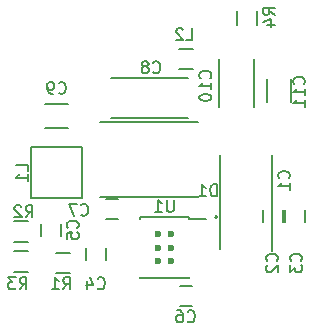
<source format=gbr>
%TF.GenerationSoftware,KiCad,Pcbnew,7.0.7-7.0.7~ubuntu23.04.1*%
%TF.CreationDate,2023-09-17T10:01:33+00:00*%
%TF.ProjectId,STEPDOWN02,53544550-444f-4574-9e30-322e6b696361,rev?*%
%TF.SameCoordinates,Original*%
%TF.FileFunction,Legend,Bot*%
%TF.FilePolarity,Positive*%
%FSLAX46Y46*%
G04 Gerber Fmt 4.6, Leading zero omitted, Abs format (unit mm)*
G04 Created by KiCad (PCBNEW 7.0.7-7.0.7~ubuntu23.04.1) date 2023-09-17 10:01:33*
%MOMM*%
%LPD*%
G01*
G04 APERTURE LIST*
%ADD10C,0.250000*%
%ADD11C,0.150000*%
%ADD12C,0.600000*%
G04 APERTURE END LIST*
D10*
X136651999Y-91540380D02*
X136604380Y-91588000D01*
X136604380Y-91588000D02*
X136651999Y-91635619D01*
X136651999Y-91635619D02*
X136699618Y-91588000D01*
X136699618Y-91588000D02*
X136651999Y-91540380D01*
X136651999Y-91540380D02*
X136651999Y-91635619D01*
D11*
X142853580Y-88352333D02*
X142901200Y-88304714D01*
X142901200Y-88304714D02*
X142948819Y-88161857D01*
X142948819Y-88161857D02*
X142948819Y-88066619D01*
X142948819Y-88066619D02*
X142901200Y-87923762D01*
X142901200Y-87923762D02*
X142805961Y-87828524D01*
X142805961Y-87828524D02*
X142710723Y-87780905D01*
X142710723Y-87780905D02*
X142520247Y-87733286D01*
X142520247Y-87733286D02*
X142377390Y-87733286D01*
X142377390Y-87733286D02*
X142186914Y-87780905D01*
X142186914Y-87780905D02*
X142091676Y-87828524D01*
X142091676Y-87828524D02*
X141996438Y-87923762D01*
X141996438Y-87923762D02*
X141948819Y-88066619D01*
X141948819Y-88066619D02*
X141948819Y-88161857D01*
X141948819Y-88161857D02*
X141996438Y-88304714D01*
X141996438Y-88304714D02*
X142044057Y-88352333D01*
X142948819Y-89304714D02*
X142948819Y-88733286D01*
X142948819Y-89019000D02*
X141948819Y-89019000D01*
X141948819Y-89019000D02*
X142091676Y-88923762D01*
X142091676Y-88923762D02*
X142186914Y-88828524D01*
X142186914Y-88828524D02*
X142234533Y-88733286D01*
X141837580Y-95337333D02*
X141885200Y-95289714D01*
X141885200Y-95289714D02*
X141932819Y-95146857D01*
X141932819Y-95146857D02*
X141932819Y-95051619D01*
X141932819Y-95051619D02*
X141885200Y-94908762D01*
X141885200Y-94908762D02*
X141789961Y-94813524D01*
X141789961Y-94813524D02*
X141694723Y-94765905D01*
X141694723Y-94765905D02*
X141504247Y-94718286D01*
X141504247Y-94718286D02*
X141361390Y-94718286D01*
X141361390Y-94718286D02*
X141170914Y-94765905D01*
X141170914Y-94765905D02*
X141075676Y-94813524D01*
X141075676Y-94813524D02*
X140980438Y-94908762D01*
X140980438Y-94908762D02*
X140932819Y-95051619D01*
X140932819Y-95051619D02*
X140932819Y-95146857D01*
X140932819Y-95146857D02*
X140980438Y-95289714D01*
X140980438Y-95289714D02*
X141028057Y-95337333D01*
X141028057Y-95718286D02*
X140980438Y-95765905D01*
X140980438Y-95765905D02*
X140932819Y-95861143D01*
X140932819Y-95861143D02*
X140932819Y-96099238D01*
X140932819Y-96099238D02*
X140980438Y-96194476D01*
X140980438Y-96194476D02*
X141028057Y-96242095D01*
X141028057Y-96242095D02*
X141123295Y-96289714D01*
X141123295Y-96289714D02*
X141218533Y-96289714D01*
X141218533Y-96289714D02*
X141361390Y-96242095D01*
X141361390Y-96242095D02*
X141932819Y-95670667D01*
X141932819Y-95670667D02*
X141932819Y-96289714D01*
X143869580Y-95337333D02*
X143917200Y-95289714D01*
X143917200Y-95289714D02*
X143964819Y-95146857D01*
X143964819Y-95146857D02*
X143964819Y-95051619D01*
X143964819Y-95051619D02*
X143917200Y-94908762D01*
X143917200Y-94908762D02*
X143821961Y-94813524D01*
X143821961Y-94813524D02*
X143726723Y-94765905D01*
X143726723Y-94765905D02*
X143536247Y-94718286D01*
X143536247Y-94718286D02*
X143393390Y-94718286D01*
X143393390Y-94718286D02*
X143202914Y-94765905D01*
X143202914Y-94765905D02*
X143107676Y-94813524D01*
X143107676Y-94813524D02*
X143012438Y-94908762D01*
X143012438Y-94908762D02*
X142964819Y-95051619D01*
X142964819Y-95051619D02*
X142964819Y-95146857D01*
X142964819Y-95146857D02*
X143012438Y-95289714D01*
X143012438Y-95289714D02*
X143060057Y-95337333D01*
X142964819Y-95670667D02*
X142964819Y-96289714D01*
X142964819Y-96289714D02*
X143345771Y-95956381D01*
X143345771Y-95956381D02*
X143345771Y-96099238D01*
X143345771Y-96099238D02*
X143393390Y-96194476D01*
X143393390Y-96194476D02*
X143441009Y-96242095D01*
X143441009Y-96242095D02*
X143536247Y-96289714D01*
X143536247Y-96289714D02*
X143774342Y-96289714D01*
X143774342Y-96289714D02*
X143869580Y-96242095D01*
X143869580Y-96242095D02*
X143917200Y-96194476D01*
X143917200Y-96194476D02*
X143964819Y-96099238D01*
X143964819Y-96099238D02*
X143964819Y-95813524D01*
X143964819Y-95813524D02*
X143917200Y-95718286D01*
X143917200Y-95718286D02*
X143869580Y-95670667D01*
X126658666Y-97641580D02*
X126706285Y-97689200D01*
X126706285Y-97689200D02*
X126849142Y-97736819D01*
X126849142Y-97736819D02*
X126944380Y-97736819D01*
X126944380Y-97736819D02*
X127087237Y-97689200D01*
X127087237Y-97689200D02*
X127182475Y-97593961D01*
X127182475Y-97593961D02*
X127230094Y-97498723D01*
X127230094Y-97498723D02*
X127277713Y-97308247D01*
X127277713Y-97308247D02*
X127277713Y-97165390D01*
X127277713Y-97165390D02*
X127230094Y-96974914D01*
X127230094Y-96974914D02*
X127182475Y-96879676D01*
X127182475Y-96879676D02*
X127087237Y-96784438D01*
X127087237Y-96784438D02*
X126944380Y-96736819D01*
X126944380Y-96736819D02*
X126849142Y-96736819D01*
X126849142Y-96736819D02*
X126706285Y-96784438D01*
X126706285Y-96784438D02*
X126658666Y-96832057D01*
X125801523Y-97070152D02*
X125801523Y-97736819D01*
X126039618Y-96689200D02*
X126277713Y-97403485D01*
X126277713Y-97403485D02*
X125658666Y-97403485D01*
X124946580Y-92543333D02*
X124994200Y-92495714D01*
X124994200Y-92495714D02*
X125041819Y-92352857D01*
X125041819Y-92352857D02*
X125041819Y-92257619D01*
X125041819Y-92257619D02*
X124994200Y-92114762D01*
X124994200Y-92114762D02*
X124898961Y-92019524D01*
X124898961Y-92019524D02*
X124803723Y-91971905D01*
X124803723Y-91971905D02*
X124613247Y-91924286D01*
X124613247Y-91924286D02*
X124470390Y-91924286D01*
X124470390Y-91924286D02*
X124279914Y-91971905D01*
X124279914Y-91971905D02*
X124184676Y-92019524D01*
X124184676Y-92019524D02*
X124089438Y-92114762D01*
X124089438Y-92114762D02*
X124041819Y-92257619D01*
X124041819Y-92257619D02*
X124041819Y-92352857D01*
X124041819Y-92352857D02*
X124089438Y-92495714D01*
X124089438Y-92495714D02*
X124137057Y-92543333D01*
X124041819Y-93448095D02*
X124041819Y-92971905D01*
X124041819Y-92971905D02*
X124518009Y-92924286D01*
X124518009Y-92924286D02*
X124470390Y-92971905D01*
X124470390Y-92971905D02*
X124422771Y-93067143D01*
X124422771Y-93067143D02*
X124422771Y-93305238D01*
X124422771Y-93305238D02*
X124470390Y-93400476D01*
X124470390Y-93400476D02*
X124518009Y-93448095D01*
X124518009Y-93448095D02*
X124613247Y-93495714D01*
X124613247Y-93495714D02*
X124851342Y-93495714D01*
X124851342Y-93495714D02*
X124946580Y-93448095D01*
X124946580Y-93448095D02*
X124994200Y-93400476D01*
X124994200Y-93400476D02*
X125041819Y-93305238D01*
X125041819Y-93305238D02*
X125041819Y-93067143D01*
X125041819Y-93067143D02*
X124994200Y-92971905D01*
X124994200Y-92971905D02*
X124946580Y-92924286D01*
X134278666Y-100435580D02*
X134326285Y-100483200D01*
X134326285Y-100483200D02*
X134469142Y-100530819D01*
X134469142Y-100530819D02*
X134564380Y-100530819D01*
X134564380Y-100530819D02*
X134707237Y-100483200D01*
X134707237Y-100483200D02*
X134802475Y-100387961D01*
X134802475Y-100387961D02*
X134850094Y-100292723D01*
X134850094Y-100292723D02*
X134897713Y-100102247D01*
X134897713Y-100102247D02*
X134897713Y-99959390D01*
X134897713Y-99959390D02*
X134850094Y-99768914D01*
X134850094Y-99768914D02*
X134802475Y-99673676D01*
X134802475Y-99673676D02*
X134707237Y-99578438D01*
X134707237Y-99578438D02*
X134564380Y-99530819D01*
X134564380Y-99530819D02*
X134469142Y-99530819D01*
X134469142Y-99530819D02*
X134326285Y-99578438D01*
X134326285Y-99578438D02*
X134278666Y-99626057D01*
X133421523Y-99530819D02*
X133611999Y-99530819D01*
X133611999Y-99530819D02*
X133707237Y-99578438D01*
X133707237Y-99578438D02*
X133754856Y-99626057D01*
X133754856Y-99626057D02*
X133850094Y-99768914D01*
X133850094Y-99768914D02*
X133897713Y-99959390D01*
X133897713Y-99959390D02*
X133897713Y-100340342D01*
X133897713Y-100340342D02*
X133850094Y-100435580D01*
X133850094Y-100435580D02*
X133802475Y-100483200D01*
X133802475Y-100483200D02*
X133707237Y-100530819D01*
X133707237Y-100530819D02*
X133516761Y-100530819D01*
X133516761Y-100530819D02*
X133421523Y-100483200D01*
X133421523Y-100483200D02*
X133373904Y-100435580D01*
X133373904Y-100435580D02*
X133326285Y-100340342D01*
X133326285Y-100340342D02*
X133326285Y-100102247D01*
X133326285Y-100102247D02*
X133373904Y-100007009D01*
X133373904Y-100007009D02*
X133421523Y-99959390D01*
X133421523Y-99959390D02*
X133516761Y-99911771D01*
X133516761Y-99911771D02*
X133707237Y-99911771D01*
X133707237Y-99911771D02*
X133802475Y-99959390D01*
X133802475Y-99959390D02*
X133850094Y-100007009D01*
X133850094Y-100007009D02*
X133897713Y-100102247D01*
X125261666Y-91418580D02*
X125309285Y-91466200D01*
X125309285Y-91466200D02*
X125452142Y-91513819D01*
X125452142Y-91513819D02*
X125547380Y-91513819D01*
X125547380Y-91513819D02*
X125690237Y-91466200D01*
X125690237Y-91466200D02*
X125785475Y-91370961D01*
X125785475Y-91370961D02*
X125833094Y-91275723D01*
X125833094Y-91275723D02*
X125880713Y-91085247D01*
X125880713Y-91085247D02*
X125880713Y-90942390D01*
X125880713Y-90942390D02*
X125833094Y-90751914D01*
X125833094Y-90751914D02*
X125785475Y-90656676D01*
X125785475Y-90656676D02*
X125690237Y-90561438D01*
X125690237Y-90561438D02*
X125547380Y-90513819D01*
X125547380Y-90513819D02*
X125452142Y-90513819D01*
X125452142Y-90513819D02*
X125309285Y-90561438D01*
X125309285Y-90561438D02*
X125261666Y-90609057D01*
X124928332Y-90513819D02*
X124261666Y-90513819D01*
X124261666Y-90513819D02*
X124690237Y-91513819D01*
X131357666Y-79353580D02*
X131405285Y-79401200D01*
X131405285Y-79401200D02*
X131548142Y-79448819D01*
X131548142Y-79448819D02*
X131643380Y-79448819D01*
X131643380Y-79448819D02*
X131786237Y-79401200D01*
X131786237Y-79401200D02*
X131881475Y-79305961D01*
X131881475Y-79305961D02*
X131929094Y-79210723D01*
X131929094Y-79210723D02*
X131976713Y-79020247D01*
X131976713Y-79020247D02*
X131976713Y-78877390D01*
X131976713Y-78877390D02*
X131929094Y-78686914D01*
X131929094Y-78686914D02*
X131881475Y-78591676D01*
X131881475Y-78591676D02*
X131786237Y-78496438D01*
X131786237Y-78496438D02*
X131643380Y-78448819D01*
X131643380Y-78448819D02*
X131548142Y-78448819D01*
X131548142Y-78448819D02*
X131405285Y-78496438D01*
X131405285Y-78496438D02*
X131357666Y-78544057D01*
X130786237Y-78877390D02*
X130881475Y-78829771D01*
X130881475Y-78829771D02*
X130929094Y-78782152D01*
X130929094Y-78782152D02*
X130976713Y-78686914D01*
X130976713Y-78686914D02*
X130976713Y-78639295D01*
X130976713Y-78639295D02*
X130929094Y-78544057D01*
X130929094Y-78544057D02*
X130881475Y-78496438D01*
X130881475Y-78496438D02*
X130786237Y-78448819D01*
X130786237Y-78448819D02*
X130595761Y-78448819D01*
X130595761Y-78448819D02*
X130500523Y-78496438D01*
X130500523Y-78496438D02*
X130452904Y-78544057D01*
X130452904Y-78544057D02*
X130405285Y-78639295D01*
X130405285Y-78639295D02*
X130405285Y-78686914D01*
X130405285Y-78686914D02*
X130452904Y-78782152D01*
X130452904Y-78782152D02*
X130500523Y-78829771D01*
X130500523Y-78829771D02*
X130595761Y-78877390D01*
X130595761Y-78877390D02*
X130786237Y-78877390D01*
X130786237Y-78877390D02*
X130881475Y-78925009D01*
X130881475Y-78925009D02*
X130929094Y-78972628D01*
X130929094Y-78972628D02*
X130976713Y-79067866D01*
X130976713Y-79067866D02*
X130976713Y-79258342D01*
X130976713Y-79258342D02*
X130929094Y-79353580D01*
X130929094Y-79353580D02*
X130881475Y-79401200D01*
X130881475Y-79401200D02*
X130786237Y-79448819D01*
X130786237Y-79448819D02*
X130595761Y-79448819D01*
X130595761Y-79448819D02*
X130500523Y-79401200D01*
X130500523Y-79401200D02*
X130452904Y-79353580D01*
X130452904Y-79353580D02*
X130405285Y-79258342D01*
X130405285Y-79258342D02*
X130405285Y-79067866D01*
X130405285Y-79067866D02*
X130452904Y-78972628D01*
X130452904Y-78972628D02*
X130500523Y-78925009D01*
X130500523Y-78925009D02*
X130595761Y-78877390D01*
X123356666Y-81117580D02*
X123404285Y-81165200D01*
X123404285Y-81165200D02*
X123547142Y-81212819D01*
X123547142Y-81212819D02*
X123642380Y-81212819D01*
X123642380Y-81212819D02*
X123785237Y-81165200D01*
X123785237Y-81165200D02*
X123880475Y-81069961D01*
X123880475Y-81069961D02*
X123928094Y-80974723D01*
X123928094Y-80974723D02*
X123975713Y-80784247D01*
X123975713Y-80784247D02*
X123975713Y-80641390D01*
X123975713Y-80641390D02*
X123928094Y-80450914D01*
X123928094Y-80450914D02*
X123880475Y-80355676D01*
X123880475Y-80355676D02*
X123785237Y-80260438D01*
X123785237Y-80260438D02*
X123642380Y-80212819D01*
X123642380Y-80212819D02*
X123547142Y-80212819D01*
X123547142Y-80212819D02*
X123404285Y-80260438D01*
X123404285Y-80260438D02*
X123356666Y-80308057D01*
X122880475Y-81212819D02*
X122689999Y-81212819D01*
X122689999Y-81212819D02*
X122594761Y-81165200D01*
X122594761Y-81165200D02*
X122547142Y-81117580D01*
X122547142Y-81117580D02*
X122451904Y-80974723D01*
X122451904Y-80974723D02*
X122404285Y-80784247D01*
X122404285Y-80784247D02*
X122404285Y-80403295D01*
X122404285Y-80403295D02*
X122451904Y-80308057D01*
X122451904Y-80308057D02*
X122499523Y-80260438D01*
X122499523Y-80260438D02*
X122594761Y-80212819D01*
X122594761Y-80212819D02*
X122785237Y-80212819D01*
X122785237Y-80212819D02*
X122880475Y-80260438D01*
X122880475Y-80260438D02*
X122928094Y-80308057D01*
X122928094Y-80308057D02*
X122975713Y-80403295D01*
X122975713Y-80403295D02*
X122975713Y-80641390D01*
X122975713Y-80641390D02*
X122928094Y-80736628D01*
X122928094Y-80736628D02*
X122880475Y-80784247D01*
X122880475Y-80784247D02*
X122785237Y-80831866D01*
X122785237Y-80831866D02*
X122594761Y-80831866D01*
X122594761Y-80831866D02*
X122499523Y-80784247D01*
X122499523Y-80784247D02*
X122451904Y-80736628D01*
X122451904Y-80736628D02*
X122404285Y-80641390D01*
X136189580Y-79875142D02*
X136237200Y-79827523D01*
X136237200Y-79827523D02*
X136284819Y-79684666D01*
X136284819Y-79684666D02*
X136284819Y-79589428D01*
X136284819Y-79589428D02*
X136237200Y-79446571D01*
X136237200Y-79446571D02*
X136141961Y-79351333D01*
X136141961Y-79351333D02*
X136046723Y-79303714D01*
X136046723Y-79303714D02*
X135856247Y-79256095D01*
X135856247Y-79256095D02*
X135713390Y-79256095D01*
X135713390Y-79256095D02*
X135522914Y-79303714D01*
X135522914Y-79303714D02*
X135427676Y-79351333D01*
X135427676Y-79351333D02*
X135332438Y-79446571D01*
X135332438Y-79446571D02*
X135284819Y-79589428D01*
X135284819Y-79589428D02*
X135284819Y-79684666D01*
X135284819Y-79684666D02*
X135332438Y-79827523D01*
X135332438Y-79827523D02*
X135380057Y-79875142D01*
X136284819Y-80827523D02*
X136284819Y-80256095D01*
X136284819Y-80541809D02*
X135284819Y-80541809D01*
X135284819Y-80541809D02*
X135427676Y-80446571D01*
X135427676Y-80446571D02*
X135522914Y-80351333D01*
X135522914Y-80351333D02*
X135570533Y-80256095D01*
X135284819Y-81446571D02*
X135284819Y-81541809D01*
X135284819Y-81541809D02*
X135332438Y-81637047D01*
X135332438Y-81637047D02*
X135380057Y-81684666D01*
X135380057Y-81684666D02*
X135475295Y-81732285D01*
X135475295Y-81732285D02*
X135665771Y-81779904D01*
X135665771Y-81779904D02*
X135903866Y-81779904D01*
X135903866Y-81779904D02*
X136094342Y-81732285D01*
X136094342Y-81732285D02*
X136189580Y-81684666D01*
X136189580Y-81684666D02*
X136237200Y-81637047D01*
X136237200Y-81637047D02*
X136284819Y-81541809D01*
X136284819Y-81541809D02*
X136284819Y-81446571D01*
X136284819Y-81446571D02*
X136237200Y-81351333D01*
X136237200Y-81351333D02*
X136189580Y-81303714D01*
X136189580Y-81303714D02*
X136094342Y-81256095D01*
X136094342Y-81256095D02*
X135903866Y-81208476D01*
X135903866Y-81208476D02*
X135665771Y-81208476D01*
X135665771Y-81208476D02*
X135475295Y-81256095D01*
X135475295Y-81256095D02*
X135380057Y-81303714D01*
X135380057Y-81303714D02*
X135332438Y-81351333D01*
X135332438Y-81351333D02*
X135284819Y-81446571D01*
X144123580Y-80383142D02*
X144171200Y-80335523D01*
X144171200Y-80335523D02*
X144218819Y-80192666D01*
X144218819Y-80192666D02*
X144218819Y-80097428D01*
X144218819Y-80097428D02*
X144171200Y-79954571D01*
X144171200Y-79954571D02*
X144075961Y-79859333D01*
X144075961Y-79859333D02*
X143980723Y-79811714D01*
X143980723Y-79811714D02*
X143790247Y-79764095D01*
X143790247Y-79764095D02*
X143647390Y-79764095D01*
X143647390Y-79764095D02*
X143456914Y-79811714D01*
X143456914Y-79811714D02*
X143361676Y-79859333D01*
X143361676Y-79859333D02*
X143266438Y-79954571D01*
X143266438Y-79954571D02*
X143218819Y-80097428D01*
X143218819Y-80097428D02*
X143218819Y-80192666D01*
X143218819Y-80192666D02*
X143266438Y-80335523D01*
X143266438Y-80335523D02*
X143314057Y-80383142D01*
X144218819Y-81335523D02*
X144218819Y-80764095D01*
X144218819Y-81049809D02*
X143218819Y-81049809D01*
X143218819Y-81049809D02*
X143361676Y-80954571D01*
X143361676Y-80954571D02*
X143456914Y-80859333D01*
X143456914Y-80859333D02*
X143504533Y-80764095D01*
X144218819Y-82287904D02*
X144218819Y-81716476D01*
X144218819Y-82002190D02*
X143218819Y-82002190D01*
X143218819Y-82002190D02*
X143361676Y-81906952D01*
X143361676Y-81906952D02*
X143456914Y-81811714D01*
X143456914Y-81811714D02*
X143504533Y-81716476D01*
X136755094Y-89862819D02*
X136755094Y-88862819D01*
X136755094Y-88862819D02*
X136516999Y-88862819D01*
X136516999Y-88862819D02*
X136374142Y-88910438D01*
X136374142Y-88910438D02*
X136278904Y-89005676D01*
X136278904Y-89005676D02*
X136231285Y-89100914D01*
X136231285Y-89100914D02*
X136183666Y-89291390D01*
X136183666Y-89291390D02*
X136183666Y-89434247D01*
X136183666Y-89434247D02*
X136231285Y-89624723D01*
X136231285Y-89624723D02*
X136278904Y-89719961D01*
X136278904Y-89719961D02*
X136374142Y-89815200D01*
X136374142Y-89815200D02*
X136516999Y-89862819D01*
X136516999Y-89862819D02*
X136755094Y-89862819D01*
X135231285Y-89862819D02*
X135802713Y-89862819D01*
X135516999Y-89862819D02*
X135516999Y-88862819D01*
X135516999Y-88862819D02*
X135612237Y-89005676D01*
X135612237Y-89005676D02*
X135707475Y-89100914D01*
X135707475Y-89100914D02*
X135802713Y-89148533D01*
X120723819Y-87717333D02*
X120723819Y-87241143D01*
X120723819Y-87241143D02*
X119723819Y-87241143D01*
X120723819Y-88574476D02*
X120723819Y-88003048D01*
X120723819Y-88288762D02*
X119723819Y-88288762D01*
X119723819Y-88288762D02*
X119866676Y-88193524D01*
X119866676Y-88193524D02*
X119961914Y-88098286D01*
X119961914Y-88098286D02*
X120009533Y-88003048D01*
X134151666Y-76654819D02*
X134627856Y-76654819D01*
X134627856Y-76654819D02*
X134627856Y-75654819D01*
X133865951Y-75750057D02*
X133818332Y-75702438D01*
X133818332Y-75702438D02*
X133723094Y-75654819D01*
X133723094Y-75654819D02*
X133484999Y-75654819D01*
X133484999Y-75654819D02*
X133389761Y-75702438D01*
X133389761Y-75702438D02*
X133342142Y-75750057D01*
X133342142Y-75750057D02*
X133294523Y-75845295D01*
X133294523Y-75845295D02*
X133294523Y-75940533D01*
X133294523Y-75940533D02*
X133342142Y-76083390D01*
X133342142Y-76083390D02*
X133913570Y-76654819D01*
X133913570Y-76654819D02*
X133294523Y-76654819D01*
X123737666Y-97736819D02*
X124070999Y-97260628D01*
X124309094Y-97736819D02*
X124309094Y-96736819D01*
X124309094Y-96736819D02*
X123928142Y-96736819D01*
X123928142Y-96736819D02*
X123832904Y-96784438D01*
X123832904Y-96784438D02*
X123785285Y-96832057D01*
X123785285Y-96832057D02*
X123737666Y-96927295D01*
X123737666Y-96927295D02*
X123737666Y-97070152D01*
X123737666Y-97070152D02*
X123785285Y-97165390D01*
X123785285Y-97165390D02*
X123832904Y-97213009D01*
X123832904Y-97213009D02*
X123928142Y-97260628D01*
X123928142Y-97260628D02*
X124309094Y-97260628D01*
X122785285Y-97736819D02*
X123356713Y-97736819D01*
X123070999Y-97736819D02*
X123070999Y-96736819D01*
X123070999Y-96736819D02*
X123166237Y-96879676D01*
X123166237Y-96879676D02*
X123261475Y-96974914D01*
X123261475Y-96974914D02*
X123356713Y-97022533D01*
X120562666Y-91640819D02*
X120895999Y-91164628D01*
X121134094Y-91640819D02*
X121134094Y-90640819D01*
X121134094Y-90640819D02*
X120753142Y-90640819D01*
X120753142Y-90640819D02*
X120657904Y-90688438D01*
X120657904Y-90688438D02*
X120610285Y-90736057D01*
X120610285Y-90736057D02*
X120562666Y-90831295D01*
X120562666Y-90831295D02*
X120562666Y-90974152D01*
X120562666Y-90974152D02*
X120610285Y-91069390D01*
X120610285Y-91069390D02*
X120657904Y-91117009D01*
X120657904Y-91117009D02*
X120753142Y-91164628D01*
X120753142Y-91164628D02*
X121134094Y-91164628D01*
X120181713Y-90736057D02*
X120134094Y-90688438D01*
X120134094Y-90688438D02*
X120038856Y-90640819D01*
X120038856Y-90640819D02*
X119800761Y-90640819D01*
X119800761Y-90640819D02*
X119705523Y-90688438D01*
X119705523Y-90688438D02*
X119657904Y-90736057D01*
X119657904Y-90736057D02*
X119610285Y-90831295D01*
X119610285Y-90831295D02*
X119610285Y-90926533D01*
X119610285Y-90926533D02*
X119657904Y-91069390D01*
X119657904Y-91069390D02*
X120229332Y-91640819D01*
X120229332Y-91640819D02*
X119610285Y-91640819D01*
X120054666Y-97736819D02*
X120387999Y-97260628D01*
X120626094Y-97736819D02*
X120626094Y-96736819D01*
X120626094Y-96736819D02*
X120245142Y-96736819D01*
X120245142Y-96736819D02*
X120149904Y-96784438D01*
X120149904Y-96784438D02*
X120102285Y-96832057D01*
X120102285Y-96832057D02*
X120054666Y-96927295D01*
X120054666Y-96927295D02*
X120054666Y-97070152D01*
X120054666Y-97070152D02*
X120102285Y-97165390D01*
X120102285Y-97165390D02*
X120149904Y-97213009D01*
X120149904Y-97213009D02*
X120245142Y-97260628D01*
X120245142Y-97260628D02*
X120626094Y-97260628D01*
X119721332Y-96736819D02*
X119102285Y-96736819D01*
X119102285Y-96736819D02*
X119435618Y-97117771D01*
X119435618Y-97117771D02*
X119292761Y-97117771D01*
X119292761Y-97117771D02*
X119197523Y-97165390D01*
X119197523Y-97165390D02*
X119149904Y-97213009D01*
X119149904Y-97213009D02*
X119102285Y-97308247D01*
X119102285Y-97308247D02*
X119102285Y-97546342D01*
X119102285Y-97546342D02*
X119149904Y-97641580D01*
X119149904Y-97641580D02*
X119197523Y-97689200D01*
X119197523Y-97689200D02*
X119292761Y-97736819D01*
X119292761Y-97736819D02*
X119578475Y-97736819D01*
X119578475Y-97736819D02*
X119673713Y-97689200D01*
X119673713Y-97689200D02*
X119721332Y-97641580D01*
X141678819Y-74509333D02*
X141202628Y-74176000D01*
X141678819Y-73937905D02*
X140678819Y-73937905D01*
X140678819Y-73937905D02*
X140678819Y-74318857D01*
X140678819Y-74318857D02*
X140726438Y-74414095D01*
X140726438Y-74414095D02*
X140774057Y-74461714D01*
X140774057Y-74461714D02*
X140869295Y-74509333D01*
X140869295Y-74509333D02*
X141012152Y-74509333D01*
X141012152Y-74509333D02*
X141107390Y-74461714D01*
X141107390Y-74461714D02*
X141155009Y-74414095D01*
X141155009Y-74414095D02*
X141202628Y-74318857D01*
X141202628Y-74318857D02*
X141202628Y-73937905D01*
X141012152Y-75366476D02*
X141678819Y-75366476D01*
X140631200Y-75128381D02*
X141345485Y-74890286D01*
X141345485Y-74890286D02*
X141345485Y-75509333D01*
X133095904Y-90188819D02*
X133095904Y-90998342D01*
X133095904Y-90998342D02*
X133048285Y-91093580D01*
X133048285Y-91093580D02*
X133000666Y-91141200D01*
X133000666Y-91141200D02*
X132905428Y-91188819D01*
X132905428Y-91188819D02*
X132714952Y-91188819D01*
X132714952Y-91188819D02*
X132619714Y-91141200D01*
X132619714Y-91141200D02*
X132572095Y-91093580D01*
X132572095Y-91093580D02*
X132524476Y-90998342D01*
X132524476Y-90998342D02*
X132524476Y-90188819D01*
X131524476Y-91188819D02*
X132095904Y-91188819D01*
X131810190Y-91188819D02*
X131810190Y-90188819D01*
X131810190Y-90188819D02*
X131905428Y-90331676D01*
X131905428Y-90331676D02*
X132000666Y-90426914D01*
X132000666Y-90426914D02*
X132095904Y-90474533D01*
%TO.C,C1*%
X136992000Y-94370000D02*
X136992000Y-86370000D01*
X141392000Y-86370000D02*
X141392000Y-94470000D01*
%TO.C,C2*%
X140628000Y-92067000D02*
X140628000Y-91067000D01*
X142328000Y-91067000D02*
X142328000Y-92067000D01*
%TO.C,C3*%
X142533000Y-92067000D02*
X142533000Y-91067000D01*
X144233000Y-91067000D02*
X144233000Y-92067000D01*
%TO.C,C4*%
X125642000Y-95242000D02*
X125642000Y-94242000D01*
X127342000Y-94242000D02*
X127342000Y-95242000D01*
%TO.C,C5*%
X121832000Y-93210000D02*
X121832000Y-92210000D01*
X123532000Y-92210000D02*
X123532000Y-93210000D01*
%TO.C,C6*%
X134612000Y-99148000D02*
X133612000Y-99148000D01*
X133612000Y-97448000D02*
X134612000Y-97448000D01*
%TO.C,C7*%
X127389000Y-90082000D02*
X128389000Y-90082000D01*
X128389000Y-91782000D02*
X127389000Y-91782000D01*
%TO.C,C8*%
X134318000Y-79834000D02*
X127818000Y-79834000D01*
X134318000Y-83234000D02*
X127818000Y-83234000D01*
%TO.C,C9*%
X124190000Y-84083000D02*
X122190000Y-84083000D01*
X122190000Y-82033000D02*
X124190000Y-82033000D01*
%TO.C,C10*%
X139930000Y-82318000D02*
X139930000Y-78218000D01*
X136930000Y-82318000D02*
X136930000Y-78218000D01*
%TO.C,C11*%
X143011000Y-79899000D02*
X143011000Y-81899000D01*
X140961000Y-81899000D02*
X140961000Y-79899000D01*
%TO.C,D1*%
X126899000Y-89941000D02*
X135199000Y-89941000D01*
X135199000Y-83541000D02*
X126899000Y-83541000D01*
%TO.C,L1*%
X125340000Y-90034000D02*
X121040000Y-90034000D01*
X121040000Y-85734000D02*
X121040000Y-90034000D01*
X125340000Y-85734000D02*
X125340000Y-90034000D01*
X125340000Y-85734000D02*
X121040000Y-85734000D01*
%TO.C,L2*%
X133512000Y-79107000D02*
X134712000Y-79107000D01*
X134712000Y-77357000D02*
X133512000Y-77357000D01*
%TO.C,R1*%
X124298000Y-94629000D02*
X123098000Y-94629000D01*
X123098000Y-96379000D02*
X124298000Y-96379000D01*
%TO.C,R2*%
X119542000Y-93712000D02*
X120742000Y-93712000D01*
X120742000Y-91962000D02*
X119542000Y-91962000D01*
%TO.C,R3*%
X120742000Y-94502000D02*
X119542000Y-94502000D01*
X119542000Y-96252000D02*
X120742000Y-96252000D01*
%TO.C,R4*%
X140194000Y-75403000D02*
X140194000Y-74203000D01*
X138444000Y-74203000D02*
X138444000Y-75403000D01*
%TO.C,U1*%
X134409000Y-96809000D02*
X134409000Y-96664000D01*
X134409000Y-96809000D02*
X130259000Y-96809000D01*
X134409000Y-91804000D02*
X135809000Y-91804000D01*
X134409000Y-91659000D02*
X134409000Y-91804000D01*
X134409000Y-91659000D02*
X130259000Y-91659000D01*
X130259000Y-96809000D02*
X130259000Y-96664000D01*
X130259000Y-91659000D02*
X130259000Y-91804000D01*
%TD*%
D12*
%TO.C,U1*%
X132905500Y-93027500D03*
X132842000Y-95377000D03*
X132842000Y-94234000D03*
X131762500Y-95377000D03*
X131762500Y-94234000D03*
X131762500Y-93027500D03*
%TD*%
M02*

</source>
